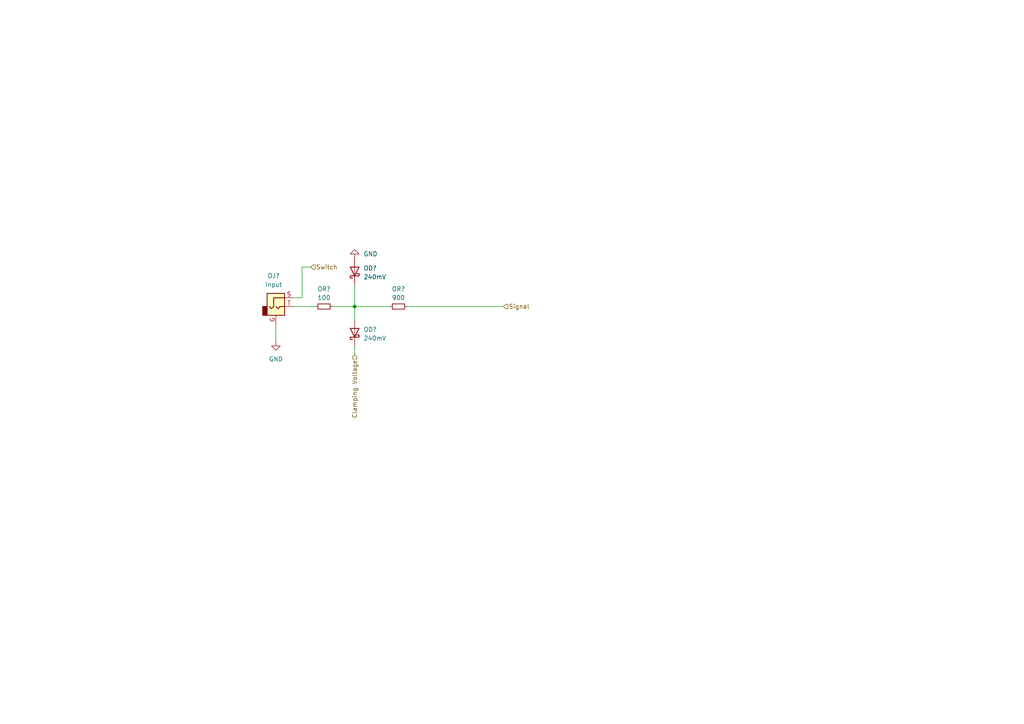
<source format=kicad_sch>
(kicad_sch (version 20211123) (generator eeschema)
  (paper "A4")
  (lib_symbols
    (symbol "Connector:AudioJack2_Ground"
      (property "Reference" "J" (at 0 8.89 0))
      (property "Value" "AudioJack2_Ground" (at 0 6.35 0))
      (symbol "AudioJack2_Ground_0_1"
        (rectangle (start -2.54 -2.54) (end -3.81 0) (stroke (width 0.254)) (fill (type outline)))
        (polyline (pts (xy 0 0) (xy 0.635 -0.635) (xy 1.27 0) (xy 2.54 0)) (stroke (width 0.254)))
        (polyline (pts (xy 2.54 2.54) (xy -0.635 2.54) (xy -0.635 0) (xy -1.27 -0.635) (xy -1.905 0)) (stroke (width 0.254)))
        (rectangle (start 2.54 3.81) (end -2.54 -2.54) (stroke (width 0.254)) (fill (type background)))
      )
      (symbol "AudioJack2_Ground_1_1"
        (pin passive line (at 0 -5.08 90) (length 2.54) (name "~") (number "G"))
        (pin passive line (at 5.08 2.54 180) (length 2.54) (name "~") (number "S"))
        (pin passive line (at 5.08 0 180) (length 2.54) (name "~") (number "T"))
      )
    )
    (symbol "Device:D_Schottky" (pin_numbers hide) (pin_names (offset 1.016) hide)
      (property "Reference" "D" (at 0 2.54 0))
      (property "Value" "D_Schottky" (at 0 -2.54 0))
      (symbol "D_Schottky_0_1"
        (polyline (pts (xy 1.27 0) (xy -1.27 0)))
        (polyline (pts (xy 1.27 1.27) (xy 1.27 -1.27) (xy -1.27 0) (xy 1.27 1.27)) (stroke (width 0.254)))
        (polyline (pts (xy -1.905 0.635) (xy -1.905 1.27) (xy -1.27 1.27) (xy -1.27 -1.27) (xy -0.635 -1.27) (xy -0.635 -0.635)) (stroke (width 0.254)))
      )
      (symbol "D_Schottky_1_1"
        (pin passive line (at -3.81 0 0) (length 2.54) (name "K") (number "1"))
        (pin passive line (at 3.81 0 180) (length 2.54) (name "A") (number "2"))
      )
    )
    (symbol "Device:R_Small" (pin_numbers hide) (pin_names (offset 0.254) hide)
      (property "Reference" "R" (at 0.762 0.508 0))
      (property "Value" "R_Small" (at 0.762 -1.016 0))
      (symbol "R_Small_0_1"
        (rectangle (start -0.762 1.778) (end 0.762 -1.778) (stroke (width 0.2032)))
      )
      (symbol "R_Small_1_1"
        (pin passive line (at 0 2.54 270) (length 0.762) (name "~") (number "1"))
        (pin passive line (at 0 -2.54 90) (length 0.762) (name "~") (number "2"))
      )
    )
    (symbol "power:GND" (power) (pin_names (offset 0))
      (property "Value" "GND" (at 0 -3.81 0))
      (symbol "GND_0_1"
        (polyline (pts (xy 0 0) (xy 0 -1.27) (xy 1.27 -1.27) (xy 0 -2.54) (xy -1.27 -1.27) (xy 0 -1.27)))
      )
      (symbol "GND_1_1"
        (pin power_in line (at 0 0 270) (length 0) hide (name "GND") (number "1"))
      )
    )
  )
  (junction (at 102.87 88.9))
  (wire (pts (xy 102.87 82.55) (xy 102.87 88.9)))
  (wire (pts (xy 87.63 77.47) (xy 90.17 77.47)))
  (wire (pts (xy 96.52 88.9) (xy 102.87 88.9)))
  (wire (pts (xy 87.63 86.36) (xy 87.63 77.47)))
  (wire (pts (xy 85.09 88.9) (xy 91.44 88.9)))
  (wire (pts (xy 102.87 88.9) (xy 113.03 88.9)))
  (wire (pts (xy 85.09 86.36) (xy 87.63 86.36)))
  (wire (pts (xy 102.87 100.33) (xy 102.87 102.87)))
  (wire (pts (xy 118.11 88.9) (xy 146.05 88.9)))
  (wire (pts (xy 102.87 88.9) (xy 102.87 92.71)))
  (wire (pts (xy 80.01 93.98) (xy 80.01 99.06)))
  (hierarchical_label "Switch" (shape input) (at 90.17 77.47 0))
  (hierarchical_label "Signal" (shape input) (at 146.05 88.9 0))
  (hierarchical_label "Clamping Voltage" (shape input) (at 102.87 102.87 270))
  (symbol (lib_id "Device:D_Schottky") (at 102.87 96.52 90) (unit 1)
    (property "Reference" "OD?" (at 105.41 95.5674 90) (effects (justify right)))
    (property "Value" "240mV" (at 105.41 98.1074 90) (effects (justify right)))
    (property "Footprint" "Diode_SMD:D_SOD-123F" (effects hide))
  )
  (symbol (lib_id "Connector:AudioJack2_Ground") (at 80.01 88.9 0) (unit 1)
    (property "Reference" "OJ?" (at 79.375 80.01 0))
    (property "Value" "Input" (at 79.375 82.55 0))
    (property "Footprint" "Perfboard:3.5mm Jack Perfboard" (effects hide))
  )
  (symbol (lib_id "Device:D_Schottky") (at 102.87 78.74 90) (unit 1)
    (property "Reference" "OD?" (at 105.41 77.7874 90) (effects (justify right)))
    (property "Value" "240mV" (at 105.41 80.3274 90) (effects (justify right)))
    (property "Footprint" "Diode_SMD:D_SOD-123F" (effects hide))
  )
  (symbol (lib_id "power:GND") (at 80.01 99.06 0) (unit 1)
    (property "Reference" "#PWR?" (effects hide))
    (property "Value" "GND" (at 80.01 104.14 0))
  )
  (symbol (lib_id "Device:R_Small") (at 93.98 88.9 90) (unit 1)
    (property "Reference" "OR?" (at 93.98 83.82 90))
    (property "Value" "100" (at 93.98 86.36 90))
    (property "Footprint" "Resistor_SMD:R_1206_3216Metric_Pad1.30x1.75mm_HandSolder" (effects hide))
  )
  (symbol (lib_id "power:GND") (at 102.87 74.93 180) (unit 1)
    (property "Reference" "#PWR?" (effects hide))
    (property "Value" "GND" (at 105.41 73.6599 0) (effects (justify right)))
  )
  (symbol (lib_id "Device:R_Small") (at 115.57 88.9 90) (unit 1)
    (property "Reference" "OR?" (at 115.57 83.82 90))
    (property "Value" "900" (at 115.57 86.36 90))
    (property "Footprint" "Resistor_SMD:R_1206_3216Metric_Pad1.30x1.75mm_HandSolder" (effects hide))
  )
)
</source>
